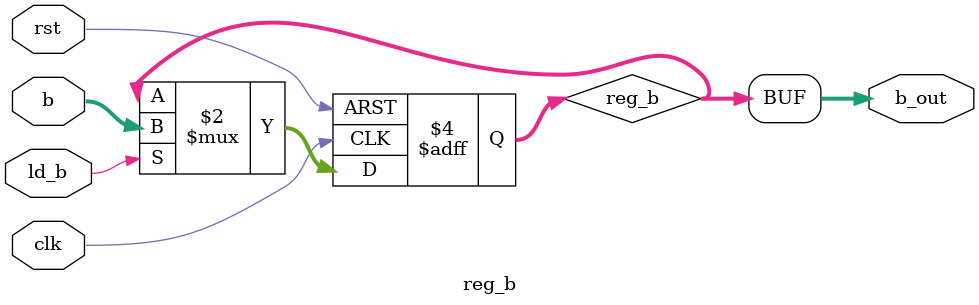
<source format=v>
module reg_b (
input [3:0] b,
input clk, rst , ld_b,
output [3:0] b_out
);
reg [3:0] reg_b;
always @ (posedge clk or posedge rst) begin
if (rst)
reg_b <= 0 ;
else if (ld_b)
reg_b <= b;
end
assign b_out = reg_b;
endmodule
</source>
